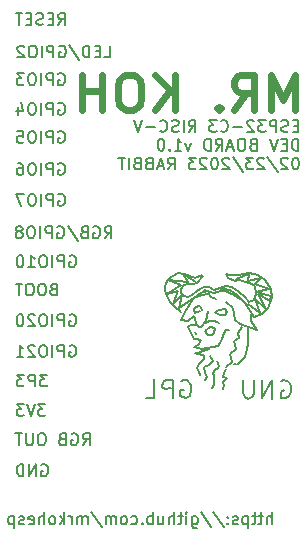
<source format=gbo>
%TF.GenerationSoftware,KiCad,Pcbnew,(6.0.10)*%
%TF.CreationDate,2023-01-25T23:47:30-05:00*%
%TF.ProjectId,espc4synth,65737063-3473-4796-9e74-682e6b696361,1*%
%TF.SameCoordinates,Original*%
%TF.FileFunction,Legend,Bot*%
%TF.FilePolarity,Positive*%
%FSLAX46Y46*%
G04 Gerber Fmt 4.6, Leading zero omitted, Abs format (unit mm)*
G04 Created by KiCad (PCBNEW (6.0.10)) date 2023-01-25 23:47:30*
%MOMM*%
%LPD*%
G01*
G04 APERTURE LIST*
%ADD10C,0.150000*%
%ADD11C,0.600000*%
%ADD12C,1.152000*%
%ADD13R,1.700000X1.700000*%
%ADD14O,1.700000X1.700000*%
%ADD15O,1.000000X1.600000*%
%ADD16C,0.650000*%
%ADD17O,1.000000X2.100000*%
G04 APERTURE END LIST*
D10*
X38942857Y-78127380D02*
X38942857Y-77127380D01*
X38514285Y-78127380D02*
X38514285Y-77603571D01*
X38561904Y-77508333D01*
X38657142Y-77460714D01*
X38800000Y-77460714D01*
X38895238Y-77508333D01*
X38942857Y-77555952D01*
X38180952Y-77460714D02*
X37800000Y-77460714D01*
X38038095Y-77127380D02*
X38038095Y-77984523D01*
X37990476Y-78079761D01*
X37895238Y-78127380D01*
X37800000Y-78127380D01*
X37609523Y-77460714D02*
X37228571Y-77460714D01*
X37466666Y-77127380D02*
X37466666Y-77984523D01*
X37419047Y-78079761D01*
X37323809Y-78127380D01*
X37228571Y-78127380D01*
X36895238Y-77460714D02*
X36895238Y-78460714D01*
X36895238Y-77508333D02*
X36800000Y-77460714D01*
X36609523Y-77460714D01*
X36514285Y-77508333D01*
X36466666Y-77555952D01*
X36419047Y-77651190D01*
X36419047Y-77936904D01*
X36466666Y-78032142D01*
X36514285Y-78079761D01*
X36609523Y-78127380D01*
X36800000Y-78127380D01*
X36895238Y-78079761D01*
X36038095Y-78079761D02*
X35942857Y-78127380D01*
X35752380Y-78127380D01*
X35657142Y-78079761D01*
X35609523Y-77984523D01*
X35609523Y-77936904D01*
X35657142Y-77841666D01*
X35752380Y-77794047D01*
X35895238Y-77794047D01*
X35990476Y-77746428D01*
X36038095Y-77651190D01*
X36038095Y-77603571D01*
X35990476Y-77508333D01*
X35895238Y-77460714D01*
X35752380Y-77460714D01*
X35657142Y-77508333D01*
X35180952Y-78032142D02*
X35133333Y-78079761D01*
X35180952Y-78127380D01*
X35228571Y-78079761D01*
X35180952Y-78032142D01*
X35180952Y-78127380D01*
X35180952Y-77508333D02*
X35133333Y-77555952D01*
X35180952Y-77603571D01*
X35228571Y-77555952D01*
X35180952Y-77508333D01*
X35180952Y-77603571D01*
X33990476Y-77079761D02*
X34847619Y-78365476D01*
X32942857Y-77079761D02*
X33800000Y-78365476D01*
X32180952Y-77460714D02*
X32180952Y-78270238D01*
X32228571Y-78365476D01*
X32276190Y-78413095D01*
X32371428Y-78460714D01*
X32514285Y-78460714D01*
X32609523Y-78413095D01*
X32180952Y-78079761D02*
X32276190Y-78127380D01*
X32466666Y-78127380D01*
X32561904Y-78079761D01*
X32609523Y-78032142D01*
X32657142Y-77936904D01*
X32657142Y-77651190D01*
X32609523Y-77555952D01*
X32561904Y-77508333D01*
X32466666Y-77460714D01*
X32276190Y-77460714D01*
X32180952Y-77508333D01*
X31704761Y-78127380D02*
X31704761Y-77460714D01*
X31704761Y-77127380D02*
X31752380Y-77175000D01*
X31704761Y-77222619D01*
X31657142Y-77175000D01*
X31704761Y-77127380D01*
X31704761Y-77222619D01*
X31371428Y-77460714D02*
X30990476Y-77460714D01*
X31228571Y-77127380D02*
X31228571Y-77984523D01*
X31180952Y-78079761D01*
X31085714Y-78127380D01*
X30990476Y-78127380D01*
X30657142Y-78127380D02*
X30657142Y-77127380D01*
X30228571Y-78127380D02*
X30228571Y-77603571D01*
X30276190Y-77508333D01*
X30371428Y-77460714D01*
X30514285Y-77460714D01*
X30609523Y-77508333D01*
X30657142Y-77555952D01*
X29323809Y-77460714D02*
X29323809Y-78127380D01*
X29752380Y-77460714D02*
X29752380Y-77984523D01*
X29704761Y-78079761D01*
X29609523Y-78127380D01*
X29466666Y-78127380D01*
X29371428Y-78079761D01*
X29323809Y-78032142D01*
X28847619Y-78127380D02*
X28847619Y-77127380D01*
X28847619Y-77508333D02*
X28752380Y-77460714D01*
X28561904Y-77460714D01*
X28466666Y-77508333D01*
X28419047Y-77555952D01*
X28371428Y-77651190D01*
X28371428Y-77936904D01*
X28419047Y-78032142D01*
X28466666Y-78079761D01*
X28561904Y-78127380D01*
X28752380Y-78127380D01*
X28847619Y-78079761D01*
X27942857Y-78032142D02*
X27895238Y-78079761D01*
X27942857Y-78127380D01*
X27990476Y-78079761D01*
X27942857Y-78032142D01*
X27942857Y-78127380D01*
X27038095Y-78079761D02*
X27133333Y-78127380D01*
X27323809Y-78127380D01*
X27419047Y-78079761D01*
X27466666Y-78032142D01*
X27514285Y-77936904D01*
X27514285Y-77651190D01*
X27466666Y-77555952D01*
X27419047Y-77508333D01*
X27323809Y-77460714D01*
X27133333Y-77460714D01*
X27038095Y-77508333D01*
X26466666Y-78127380D02*
X26561904Y-78079761D01*
X26609523Y-78032142D01*
X26657142Y-77936904D01*
X26657142Y-77651190D01*
X26609523Y-77555952D01*
X26561904Y-77508333D01*
X26466666Y-77460714D01*
X26323809Y-77460714D01*
X26228571Y-77508333D01*
X26180952Y-77555952D01*
X26133333Y-77651190D01*
X26133333Y-77936904D01*
X26180952Y-78032142D01*
X26228571Y-78079761D01*
X26323809Y-78127380D01*
X26466666Y-78127380D01*
X25704761Y-78127380D02*
X25704761Y-77460714D01*
X25704761Y-77555952D02*
X25657142Y-77508333D01*
X25561904Y-77460714D01*
X25419047Y-77460714D01*
X25323809Y-77508333D01*
X25276190Y-77603571D01*
X25276190Y-78127380D01*
X25276190Y-77603571D02*
X25228571Y-77508333D01*
X25133333Y-77460714D01*
X24990476Y-77460714D01*
X24895238Y-77508333D01*
X24847619Y-77603571D01*
X24847619Y-78127380D01*
X23657142Y-77079761D02*
X24514285Y-78365476D01*
X23323809Y-78127380D02*
X23323809Y-77460714D01*
X23323809Y-77555952D02*
X23276190Y-77508333D01*
X23180952Y-77460714D01*
X23038095Y-77460714D01*
X22942857Y-77508333D01*
X22895238Y-77603571D01*
X22895238Y-78127380D01*
X22895238Y-77603571D02*
X22847619Y-77508333D01*
X22752380Y-77460714D01*
X22609523Y-77460714D01*
X22514285Y-77508333D01*
X22466666Y-77603571D01*
X22466666Y-78127380D01*
X21990476Y-78127380D02*
X21990476Y-77460714D01*
X21990476Y-77651190D02*
X21942857Y-77555952D01*
X21895238Y-77508333D01*
X21800000Y-77460714D01*
X21704761Y-77460714D01*
X21371428Y-78127380D02*
X21371428Y-77127380D01*
X21276190Y-77746428D02*
X20990476Y-78127380D01*
X20990476Y-77460714D02*
X21371428Y-77841666D01*
X20419047Y-78127380D02*
X20514285Y-78079761D01*
X20561904Y-78032142D01*
X20609523Y-77936904D01*
X20609523Y-77651190D01*
X20561904Y-77555952D01*
X20514285Y-77508333D01*
X20419047Y-77460714D01*
X20276190Y-77460714D01*
X20180952Y-77508333D01*
X20133333Y-77555952D01*
X20085714Y-77651190D01*
X20085714Y-77936904D01*
X20133333Y-78032142D01*
X20180952Y-78079761D01*
X20276190Y-78127380D01*
X20419047Y-78127380D01*
X19657142Y-78127380D02*
X19657142Y-77127380D01*
X19228571Y-78127380D02*
X19228571Y-77603571D01*
X19276190Y-77508333D01*
X19371428Y-77460714D01*
X19514285Y-77460714D01*
X19609523Y-77508333D01*
X19657142Y-77555952D01*
X18371428Y-78079761D02*
X18466666Y-78127380D01*
X18657142Y-78127380D01*
X18752380Y-78079761D01*
X18800000Y-77984523D01*
X18800000Y-77603571D01*
X18752380Y-77508333D01*
X18657142Y-77460714D01*
X18466666Y-77460714D01*
X18371428Y-77508333D01*
X18323809Y-77603571D01*
X18323809Y-77698809D01*
X18800000Y-77794047D01*
X17942857Y-78079761D02*
X17847619Y-78127380D01*
X17657142Y-78127380D01*
X17561904Y-78079761D01*
X17514285Y-77984523D01*
X17514285Y-77936904D01*
X17561904Y-77841666D01*
X17657142Y-77794047D01*
X17800000Y-77794047D01*
X17895238Y-77746428D01*
X17942857Y-77651190D01*
X17942857Y-77603571D01*
X17895238Y-77508333D01*
X17800000Y-77460714D01*
X17657142Y-77460714D01*
X17561904Y-77508333D01*
X17085714Y-77460714D02*
X17085714Y-78460714D01*
X17085714Y-77508333D02*
X16990476Y-77460714D01*
X16800000Y-77460714D01*
X16704761Y-77508333D01*
X16657142Y-77555952D01*
X16609523Y-77651190D01*
X16609523Y-77936904D01*
X16657142Y-78032142D01*
X16704761Y-78079761D01*
X16800000Y-78127380D01*
X16990476Y-78127380D01*
X17085714Y-78079761D01*
X41172619Y-46489880D02*
X41172619Y-45489880D01*
X40934524Y-45489880D01*
X40791667Y-45537500D01*
X40696428Y-45632738D01*
X40648809Y-45727976D01*
X40601190Y-45918452D01*
X40601190Y-46061309D01*
X40648809Y-46251785D01*
X40696428Y-46347023D01*
X40791667Y-46442261D01*
X40934524Y-46489880D01*
X41172619Y-46489880D01*
X40172619Y-45966071D02*
X39839286Y-45966071D01*
X39696428Y-46489880D02*
X40172619Y-46489880D01*
X40172619Y-45489880D01*
X39696428Y-45489880D01*
X39410714Y-45489880D02*
X39077381Y-46489880D01*
X38744048Y-45489880D01*
X37315476Y-45966071D02*
X37172619Y-46013690D01*
X37125000Y-46061309D01*
X37077381Y-46156547D01*
X37077381Y-46299404D01*
X37125000Y-46394642D01*
X37172619Y-46442261D01*
X37267857Y-46489880D01*
X37648809Y-46489880D01*
X37648809Y-45489880D01*
X37315476Y-45489880D01*
X37220238Y-45537500D01*
X37172619Y-45585119D01*
X37125000Y-45680357D01*
X37125000Y-45775595D01*
X37172619Y-45870833D01*
X37220238Y-45918452D01*
X37315476Y-45966071D01*
X37648809Y-45966071D01*
X36458333Y-45489880D02*
X36267857Y-45489880D01*
X36172619Y-45537500D01*
X36077381Y-45632738D01*
X36029762Y-45823214D01*
X36029762Y-46156547D01*
X36077381Y-46347023D01*
X36172619Y-46442261D01*
X36267857Y-46489880D01*
X36458333Y-46489880D01*
X36553571Y-46442261D01*
X36648809Y-46347023D01*
X36696428Y-46156547D01*
X36696428Y-45823214D01*
X36648809Y-45632738D01*
X36553571Y-45537500D01*
X36458333Y-45489880D01*
X35648809Y-46204166D02*
X35172619Y-46204166D01*
X35744048Y-46489880D02*
X35410714Y-45489880D01*
X35077381Y-46489880D01*
X34172619Y-46489880D02*
X34505952Y-46013690D01*
X34744048Y-46489880D02*
X34744048Y-45489880D01*
X34363095Y-45489880D01*
X34267857Y-45537500D01*
X34220238Y-45585119D01*
X34172619Y-45680357D01*
X34172619Y-45823214D01*
X34220238Y-45918452D01*
X34267857Y-45966071D01*
X34363095Y-46013690D01*
X34744048Y-46013690D01*
X33744048Y-46489880D02*
X33744048Y-45489880D01*
X33505952Y-45489880D01*
X33363095Y-45537500D01*
X33267857Y-45632738D01*
X33220238Y-45727976D01*
X33172619Y-45918452D01*
X33172619Y-46061309D01*
X33220238Y-46251785D01*
X33267857Y-46347023D01*
X33363095Y-46442261D01*
X33505952Y-46489880D01*
X33744048Y-46489880D01*
X32077381Y-45823214D02*
X31839286Y-46489880D01*
X31601190Y-45823214D01*
X30696428Y-46489880D02*
X31267857Y-46489880D01*
X30982143Y-46489880D02*
X30982143Y-45489880D01*
X31077381Y-45632738D01*
X31172619Y-45727976D01*
X31267857Y-45775595D01*
X30267857Y-46394642D02*
X30220238Y-46442261D01*
X30267857Y-46489880D01*
X30315476Y-46442261D01*
X30267857Y-46394642D01*
X30267857Y-46489880D01*
X29601190Y-45489880D02*
X29505952Y-45489880D01*
X29410714Y-45537500D01*
X29363095Y-45585119D01*
X29315476Y-45680357D01*
X29267857Y-45870833D01*
X29267857Y-46108928D01*
X29315476Y-46299404D01*
X29363095Y-46394642D01*
X29410714Y-46442261D01*
X29505952Y-46489880D01*
X29601190Y-46489880D01*
X29696428Y-46442261D01*
X29744048Y-46394642D01*
X29791667Y-46299404D01*
X29839286Y-46108928D01*
X29839286Y-45870833D01*
X29791667Y-45680357D01*
X29744048Y-45585119D01*
X29696428Y-45537500D01*
X29601190Y-45489880D01*
X20852380Y-47600000D02*
X20947618Y-47552380D01*
X21090475Y-47552380D01*
X21233332Y-47600000D01*
X21328570Y-47695238D01*
X21376190Y-47790476D01*
X21423809Y-47980952D01*
X21423809Y-48123809D01*
X21376190Y-48314285D01*
X21328570Y-48409523D01*
X21233332Y-48504761D01*
X21090475Y-48552380D01*
X20995237Y-48552380D01*
X20852380Y-48504761D01*
X20804761Y-48457142D01*
X20804761Y-48123809D01*
X20995237Y-48123809D01*
X20376190Y-48552380D02*
X20376190Y-47552380D01*
X19995237Y-47552380D01*
X19899999Y-47600000D01*
X19852380Y-47647619D01*
X19804761Y-47742857D01*
X19804761Y-47885714D01*
X19852380Y-47980952D01*
X19899999Y-48028571D01*
X19995237Y-48076190D01*
X20376190Y-48076190D01*
X19376190Y-48552380D02*
X19376190Y-47552380D01*
X18709523Y-47552380D02*
X18519047Y-47552380D01*
X18423809Y-47600000D01*
X18328570Y-47695238D01*
X18280951Y-47885714D01*
X18280951Y-48219047D01*
X18328570Y-48409523D01*
X18423809Y-48504761D01*
X18519047Y-48552380D01*
X18709523Y-48552380D01*
X18804761Y-48504761D01*
X18899999Y-48409523D01*
X18947618Y-48219047D01*
X18947618Y-47885714D01*
X18899999Y-47695238D01*
X18804761Y-47600000D01*
X18709523Y-47552380D01*
X17423809Y-47552380D02*
X17614285Y-47552380D01*
X17709523Y-47600000D01*
X17757142Y-47647619D01*
X17852380Y-47790476D01*
X17899999Y-47980952D01*
X17899999Y-48361904D01*
X17852380Y-48457142D01*
X17804761Y-48504761D01*
X17709523Y-48552380D01*
X17519047Y-48552380D01*
X17423809Y-48504761D01*
X17376190Y-48457142D01*
X17328570Y-48361904D01*
X17328570Y-48123809D01*
X17376190Y-48028571D01*
X17423809Y-47980952D01*
X17519047Y-47933333D01*
X17709523Y-47933333D01*
X17804761Y-47980952D01*
X17852380Y-48028571D01*
X17899999Y-48123809D01*
X21804760Y-55400000D02*
X21899999Y-55352380D01*
X22042856Y-55352380D01*
X22185713Y-55400000D01*
X22280951Y-55495238D01*
X22328570Y-55590476D01*
X22376189Y-55780952D01*
X22376189Y-55923809D01*
X22328570Y-56114285D01*
X22280951Y-56209523D01*
X22185713Y-56304761D01*
X22042856Y-56352380D01*
X21947618Y-56352380D01*
X21804760Y-56304761D01*
X21757141Y-56257142D01*
X21757141Y-55923809D01*
X21947618Y-55923809D01*
X21328570Y-56352380D02*
X21328570Y-55352380D01*
X20947618Y-55352380D01*
X20852380Y-55400000D01*
X20804760Y-55447619D01*
X20757141Y-55542857D01*
X20757141Y-55685714D01*
X20804760Y-55780952D01*
X20852380Y-55828571D01*
X20947618Y-55876190D01*
X21328570Y-55876190D01*
X20328570Y-56352380D02*
X20328570Y-55352380D01*
X19661903Y-55352380D02*
X19471427Y-55352380D01*
X19376189Y-55400000D01*
X19280951Y-55495238D01*
X19233332Y-55685714D01*
X19233332Y-56019047D01*
X19280951Y-56209523D01*
X19376189Y-56304761D01*
X19471427Y-56352380D01*
X19661903Y-56352380D01*
X19757141Y-56304761D01*
X19852380Y-56209523D01*
X19899999Y-56019047D01*
X19899999Y-55685714D01*
X19852380Y-55495238D01*
X19757141Y-55400000D01*
X19661903Y-55352380D01*
X18280951Y-56352380D02*
X18852380Y-56352380D01*
X18566665Y-56352380D02*
X18566665Y-55352380D01*
X18661903Y-55495238D01*
X18757141Y-55590476D01*
X18852380Y-55638095D01*
X17661903Y-55352380D02*
X17566665Y-55352380D01*
X17471427Y-55400000D01*
X17423808Y-55447619D01*
X17376189Y-55542857D01*
X17328570Y-55733333D01*
X17328570Y-55971428D01*
X17376189Y-56161904D01*
X17423808Y-56257142D01*
X17471427Y-56304761D01*
X17566665Y-56352380D01*
X17661903Y-56352380D01*
X17757141Y-56304761D01*
X17804760Y-56257142D01*
X17852380Y-56161904D01*
X17899999Y-55971428D01*
X17899999Y-55733333D01*
X17852380Y-55542857D01*
X17804760Y-55447619D01*
X17757141Y-55400000D01*
X17661903Y-55352380D01*
X21804760Y-63000000D02*
X21899999Y-62952380D01*
X22042856Y-62952380D01*
X22185713Y-63000000D01*
X22280951Y-63095238D01*
X22328570Y-63190476D01*
X22376189Y-63380952D01*
X22376189Y-63523809D01*
X22328570Y-63714285D01*
X22280951Y-63809523D01*
X22185713Y-63904761D01*
X22042856Y-63952380D01*
X21947618Y-63952380D01*
X21804760Y-63904761D01*
X21757141Y-63857142D01*
X21757141Y-63523809D01*
X21947618Y-63523809D01*
X21328570Y-63952380D02*
X21328570Y-62952380D01*
X20947618Y-62952380D01*
X20852380Y-63000000D01*
X20804760Y-63047619D01*
X20757141Y-63142857D01*
X20757141Y-63285714D01*
X20804760Y-63380952D01*
X20852380Y-63428571D01*
X20947618Y-63476190D01*
X21328570Y-63476190D01*
X20328570Y-63952380D02*
X20328570Y-62952380D01*
X19661903Y-62952380D02*
X19471427Y-62952380D01*
X19376189Y-63000000D01*
X19280951Y-63095238D01*
X19233332Y-63285714D01*
X19233332Y-63619047D01*
X19280951Y-63809523D01*
X19376189Y-63904761D01*
X19471427Y-63952380D01*
X19661903Y-63952380D01*
X19757141Y-63904761D01*
X19852380Y-63809523D01*
X19899999Y-63619047D01*
X19899999Y-63285714D01*
X19852380Y-63095238D01*
X19757141Y-63000000D01*
X19661903Y-62952380D01*
X18852380Y-63047619D02*
X18804760Y-63000000D01*
X18709522Y-62952380D01*
X18471427Y-62952380D01*
X18376189Y-63000000D01*
X18328570Y-63047619D01*
X18280951Y-63142857D01*
X18280951Y-63238095D01*
X18328570Y-63380952D01*
X18899999Y-63952380D01*
X18280951Y-63952380D01*
X17328570Y-63952380D02*
X17899999Y-63952380D01*
X17614284Y-63952380D02*
X17614284Y-62952380D01*
X17709522Y-63095238D01*
X17804760Y-63190476D01*
X17899999Y-63238095D01*
X19757142Y-67952380D02*
X19138094Y-67952380D01*
X19471427Y-68333333D01*
X19328570Y-68333333D01*
X19233332Y-68380952D01*
X19185713Y-68428571D01*
X19138094Y-68523809D01*
X19138094Y-68761904D01*
X19185713Y-68857142D01*
X19233332Y-68904761D01*
X19328570Y-68952380D01*
X19614285Y-68952380D01*
X19709523Y-68904761D01*
X19757142Y-68857142D01*
X18852380Y-67952380D02*
X18519047Y-68952380D01*
X18185713Y-67952380D01*
X17947618Y-67952380D02*
X17328570Y-67952380D01*
X17661904Y-68333333D01*
X17519047Y-68333333D01*
X17423808Y-68380952D01*
X17376189Y-68428571D01*
X17328570Y-68523809D01*
X17328570Y-68761904D01*
X17376189Y-68857142D01*
X17423808Y-68904761D01*
X17519047Y-68952380D01*
X17804761Y-68952380D01*
X17899999Y-68904761D01*
X17947618Y-68857142D01*
X24777380Y-53902380D02*
X25110714Y-53426190D01*
X25348809Y-53902380D02*
X25348809Y-52902380D01*
X24967857Y-52902380D01*
X24872619Y-52950000D01*
X24825000Y-52997619D01*
X24777380Y-53092857D01*
X24777380Y-53235714D01*
X24825000Y-53330952D01*
X24872619Y-53378571D01*
X24967857Y-53426190D01*
X25348809Y-53426190D01*
X23825000Y-52950000D02*
X23920238Y-52902380D01*
X24063095Y-52902380D01*
X24205952Y-52950000D01*
X24301190Y-53045238D01*
X24348809Y-53140476D01*
X24396428Y-53330952D01*
X24396428Y-53473809D01*
X24348809Y-53664285D01*
X24301190Y-53759523D01*
X24205952Y-53854761D01*
X24063095Y-53902380D01*
X23967857Y-53902380D01*
X23825000Y-53854761D01*
X23777380Y-53807142D01*
X23777380Y-53473809D01*
X23967857Y-53473809D01*
X23015476Y-53378571D02*
X22872619Y-53426190D01*
X22825000Y-53473809D01*
X22777380Y-53569047D01*
X22777380Y-53711904D01*
X22825000Y-53807142D01*
X22872619Y-53854761D01*
X22967857Y-53902380D01*
X23348809Y-53902380D01*
X23348809Y-52902380D01*
X23015476Y-52902380D01*
X22920238Y-52950000D01*
X22872619Y-52997619D01*
X22825000Y-53092857D01*
X22825000Y-53188095D01*
X22872619Y-53283333D01*
X22920238Y-53330952D01*
X23015476Y-53378571D01*
X23348809Y-53378571D01*
X21634523Y-52854761D02*
X22491666Y-54140476D01*
X20777380Y-52950000D02*
X20872619Y-52902380D01*
X21015476Y-52902380D01*
X21158333Y-52950000D01*
X21253571Y-53045238D01*
X21301190Y-53140476D01*
X21348809Y-53330952D01*
X21348809Y-53473809D01*
X21301190Y-53664285D01*
X21253571Y-53759523D01*
X21158333Y-53854761D01*
X21015476Y-53902380D01*
X20920238Y-53902380D01*
X20777380Y-53854761D01*
X20729761Y-53807142D01*
X20729761Y-53473809D01*
X20920238Y-53473809D01*
X20301190Y-53902380D02*
X20301190Y-52902380D01*
X19920238Y-52902380D01*
X19825000Y-52950000D01*
X19777380Y-52997619D01*
X19729761Y-53092857D01*
X19729761Y-53235714D01*
X19777380Y-53330952D01*
X19825000Y-53378571D01*
X19920238Y-53426190D01*
X20301190Y-53426190D01*
X19301190Y-53902380D02*
X19301190Y-52902380D01*
X18634523Y-52902380D02*
X18444047Y-52902380D01*
X18348809Y-52950000D01*
X18253571Y-53045238D01*
X18205952Y-53235714D01*
X18205952Y-53569047D01*
X18253571Y-53759523D01*
X18348809Y-53854761D01*
X18444047Y-53902380D01*
X18634523Y-53902380D01*
X18729761Y-53854761D01*
X18825000Y-53759523D01*
X18872619Y-53569047D01*
X18872619Y-53235714D01*
X18825000Y-53045238D01*
X18729761Y-52950000D01*
X18634523Y-52902380D01*
X17634523Y-53330952D02*
X17729761Y-53283333D01*
X17777380Y-53235714D01*
X17825000Y-53140476D01*
X17825000Y-53092857D01*
X17777380Y-52997619D01*
X17729761Y-52950000D01*
X17634523Y-52902380D01*
X17444047Y-52902380D01*
X17348809Y-52950000D01*
X17301190Y-52997619D01*
X17253571Y-53092857D01*
X17253571Y-53140476D01*
X17301190Y-53235714D01*
X17348809Y-53283333D01*
X17444047Y-53330952D01*
X17634523Y-53330952D01*
X17729761Y-53378571D01*
X17777380Y-53426190D01*
X17825000Y-53521428D01*
X17825000Y-53711904D01*
X17777380Y-53807142D01*
X17729761Y-53854761D01*
X17634523Y-53902380D01*
X17444047Y-53902380D01*
X17348809Y-53854761D01*
X17301190Y-53807142D01*
X17253571Y-53711904D01*
X17253571Y-53521428D01*
X17301190Y-53426190D01*
X17348809Y-53378571D01*
X17444047Y-53330952D01*
X24729761Y-38602380D02*
X25205952Y-38602380D01*
X25205952Y-37602380D01*
X24396428Y-38078571D02*
X24063095Y-38078571D01*
X23920238Y-38602380D02*
X24396428Y-38602380D01*
X24396428Y-37602380D01*
X23920238Y-37602380D01*
X23491666Y-38602380D02*
X23491666Y-37602380D01*
X23253571Y-37602380D01*
X23110714Y-37650000D01*
X23015476Y-37745238D01*
X22967857Y-37840476D01*
X22920238Y-38030952D01*
X22920238Y-38173809D01*
X22967857Y-38364285D01*
X23015476Y-38459523D01*
X23110714Y-38554761D01*
X23253571Y-38602380D01*
X23491666Y-38602380D01*
X21777380Y-37554761D02*
X22634523Y-38840476D01*
X20920238Y-37650000D02*
X21015476Y-37602380D01*
X21158333Y-37602380D01*
X21301190Y-37650000D01*
X21396428Y-37745238D01*
X21444047Y-37840476D01*
X21491666Y-38030952D01*
X21491666Y-38173809D01*
X21444047Y-38364285D01*
X21396428Y-38459523D01*
X21301190Y-38554761D01*
X21158333Y-38602380D01*
X21063095Y-38602380D01*
X20920238Y-38554761D01*
X20872619Y-38507142D01*
X20872619Y-38173809D01*
X21063095Y-38173809D01*
X20444047Y-38602380D02*
X20444047Y-37602380D01*
X20063095Y-37602380D01*
X19967857Y-37650000D01*
X19920238Y-37697619D01*
X19872619Y-37792857D01*
X19872619Y-37935714D01*
X19920238Y-38030952D01*
X19967857Y-38078571D01*
X20063095Y-38126190D01*
X20444047Y-38126190D01*
X19444047Y-38602380D02*
X19444047Y-37602380D01*
X18777380Y-37602380D02*
X18586904Y-37602380D01*
X18491666Y-37650000D01*
X18396428Y-37745238D01*
X18348809Y-37935714D01*
X18348809Y-38269047D01*
X18396428Y-38459523D01*
X18491666Y-38554761D01*
X18586904Y-38602380D01*
X18777380Y-38602380D01*
X18872619Y-38554761D01*
X18967857Y-38459523D01*
X19015476Y-38269047D01*
X19015476Y-37935714D01*
X18967857Y-37745238D01*
X18872619Y-37650000D01*
X18777380Y-37602380D01*
X17967857Y-37697619D02*
X17920238Y-37650000D01*
X17825000Y-37602380D01*
X17586904Y-37602380D01*
X17491666Y-37650000D01*
X17444047Y-37697619D01*
X17396428Y-37792857D01*
X17396428Y-37888095D01*
X17444047Y-38030952D01*
X18015476Y-38602380D01*
X17396428Y-38602380D01*
X20852380Y-44900000D02*
X20947618Y-44852380D01*
X21090475Y-44852380D01*
X21233332Y-44900000D01*
X21328570Y-44995238D01*
X21376190Y-45090476D01*
X21423809Y-45280952D01*
X21423809Y-45423809D01*
X21376190Y-45614285D01*
X21328570Y-45709523D01*
X21233332Y-45804761D01*
X21090475Y-45852380D01*
X20995237Y-45852380D01*
X20852380Y-45804761D01*
X20804761Y-45757142D01*
X20804761Y-45423809D01*
X20995237Y-45423809D01*
X20376190Y-45852380D02*
X20376190Y-44852380D01*
X19995237Y-44852380D01*
X19899999Y-44900000D01*
X19852380Y-44947619D01*
X19804761Y-45042857D01*
X19804761Y-45185714D01*
X19852380Y-45280952D01*
X19899999Y-45328571D01*
X19995237Y-45376190D01*
X20376190Y-45376190D01*
X19376190Y-45852380D02*
X19376190Y-44852380D01*
X18709523Y-44852380D02*
X18519047Y-44852380D01*
X18423809Y-44900000D01*
X18328570Y-44995238D01*
X18280951Y-45185714D01*
X18280951Y-45519047D01*
X18328570Y-45709523D01*
X18423809Y-45804761D01*
X18519047Y-45852380D01*
X18709523Y-45852380D01*
X18804761Y-45804761D01*
X18899999Y-45709523D01*
X18947618Y-45519047D01*
X18947618Y-45185714D01*
X18899999Y-44995238D01*
X18804761Y-44900000D01*
X18709523Y-44852380D01*
X17376190Y-44852380D02*
X17852380Y-44852380D01*
X17899999Y-45328571D01*
X17852380Y-45280952D01*
X17757142Y-45233333D01*
X17519047Y-45233333D01*
X17423809Y-45280952D01*
X17376190Y-45328571D01*
X17328570Y-45423809D01*
X17328570Y-45661904D01*
X17376190Y-45757142D01*
X17423809Y-45804761D01*
X17519047Y-45852380D01*
X17757142Y-45852380D01*
X17852380Y-45804761D01*
X17899999Y-45757142D01*
X20423808Y-58228571D02*
X20280951Y-58276190D01*
X20233332Y-58323809D01*
X20185713Y-58419047D01*
X20185713Y-58561904D01*
X20233332Y-58657142D01*
X20280951Y-58704761D01*
X20376189Y-58752380D01*
X20757142Y-58752380D01*
X20757142Y-57752380D01*
X20423808Y-57752380D01*
X20328570Y-57800000D01*
X20280951Y-57847619D01*
X20233332Y-57942857D01*
X20233332Y-58038095D01*
X20280951Y-58133333D01*
X20328570Y-58180952D01*
X20423808Y-58228571D01*
X20757142Y-58228571D01*
X19566666Y-57752380D02*
X19376189Y-57752380D01*
X19280951Y-57800000D01*
X19185713Y-57895238D01*
X19138094Y-58085714D01*
X19138094Y-58419047D01*
X19185713Y-58609523D01*
X19280951Y-58704761D01*
X19376189Y-58752380D01*
X19566666Y-58752380D01*
X19661904Y-58704761D01*
X19757142Y-58609523D01*
X19804761Y-58419047D01*
X19804761Y-58085714D01*
X19757142Y-57895238D01*
X19661904Y-57800000D01*
X19566666Y-57752380D01*
X18519046Y-57752380D02*
X18328570Y-57752380D01*
X18233332Y-57800000D01*
X18138094Y-57895238D01*
X18090475Y-58085714D01*
X18090475Y-58419047D01*
X18138094Y-58609523D01*
X18233332Y-58704761D01*
X18328570Y-58752380D01*
X18519046Y-58752380D01*
X18614285Y-58704761D01*
X18709523Y-58609523D01*
X18757142Y-58419047D01*
X18757142Y-58085714D01*
X18709523Y-57895238D01*
X18614285Y-57800000D01*
X18519046Y-57752380D01*
X17804761Y-57752380D02*
X17233332Y-57752380D01*
X17519046Y-58752380D02*
X17519046Y-57752380D01*
X20852380Y-42500000D02*
X20947618Y-42452380D01*
X21090475Y-42452380D01*
X21233332Y-42500000D01*
X21328570Y-42595238D01*
X21376190Y-42690476D01*
X21423809Y-42880952D01*
X21423809Y-43023809D01*
X21376190Y-43214285D01*
X21328570Y-43309523D01*
X21233332Y-43404761D01*
X21090475Y-43452380D01*
X20995237Y-43452380D01*
X20852380Y-43404761D01*
X20804761Y-43357142D01*
X20804761Y-43023809D01*
X20995237Y-43023809D01*
X20376190Y-43452380D02*
X20376190Y-42452380D01*
X19995237Y-42452380D01*
X19899999Y-42500000D01*
X19852380Y-42547619D01*
X19804761Y-42642857D01*
X19804761Y-42785714D01*
X19852380Y-42880952D01*
X19899999Y-42928571D01*
X19995237Y-42976190D01*
X20376190Y-42976190D01*
X19376190Y-43452380D02*
X19376190Y-42452380D01*
X18709523Y-42452380D02*
X18519047Y-42452380D01*
X18423809Y-42500000D01*
X18328570Y-42595238D01*
X18280951Y-42785714D01*
X18280951Y-43119047D01*
X18328570Y-43309523D01*
X18423809Y-43404761D01*
X18519047Y-43452380D01*
X18709523Y-43452380D01*
X18804761Y-43404761D01*
X18899999Y-43309523D01*
X18947618Y-43119047D01*
X18947618Y-42785714D01*
X18899999Y-42595238D01*
X18804761Y-42500000D01*
X18709523Y-42452380D01*
X17423809Y-42785714D02*
X17423809Y-43452380D01*
X17661904Y-42404761D02*
X17899999Y-43119047D01*
X17280951Y-43119047D01*
X19423808Y-73100000D02*
X19519046Y-73052380D01*
X19661904Y-73052380D01*
X19804761Y-73100000D01*
X19899999Y-73195238D01*
X19947618Y-73290476D01*
X19995237Y-73480952D01*
X19995237Y-73623809D01*
X19947618Y-73814285D01*
X19899999Y-73909523D01*
X19804761Y-74004761D01*
X19661904Y-74052380D01*
X19566665Y-74052380D01*
X19423808Y-74004761D01*
X19376189Y-73957142D01*
X19376189Y-73623809D01*
X19566665Y-73623809D01*
X18947618Y-74052380D02*
X18947618Y-73052380D01*
X18376189Y-74052380D01*
X18376189Y-73052380D01*
X17899999Y-74052380D02*
X17899999Y-73052380D01*
X17661904Y-73052380D01*
X17519046Y-73100000D01*
X17423808Y-73195238D01*
X17376189Y-73290476D01*
X17328570Y-73480952D01*
X17328570Y-73623809D01*
X17376189Y-73814285D01*
X17423808Y-73909523D01*
X17519046Y-74004761D01*
X17661904Y-74052380D01*
X17899999Y-74052380D01*
X20852380Y-50200000D02*
X20947618Y-50152380D01*
X21090475Y-50152380D01*
X21233332Y-50200000D01*
X21328570Y-50295238D01*
X21376190Y-50390476D01*
X21423809Y-50580952D01*
X21423809Y-50723809D01*
X21376190Y-50914285D01*
X21328570Y-51009523D01*
X21233332Y-51104761D01*
X21090475Y-51152380D01*
X20995237Y-51152380D01*
X20852380Y-51104761D01*
X20804761Y-51057142D01*
X20804761Y-50723809D01*
X20995237Y-50723809D01*
X20376190Y-51152380D02*
X20376190Y-50152380D01*
X19995237Y-50152380D01*
X19899999Y-50200000D01*
X19852380Y-50247619D01*
X19804761Y-50342857D01*
X19804761Y-50485714D01*
X19852380Y-50580952D01*
X19899999Y-50628571D01*
X19995237Y-50676190D01*
X20376190Y-50676190D01*
X19376190Y-51152380D02*
X19376190Y-50152380D01*
X18709523Y-50152380D02*
X18519047Y-50152380D01*
X18423809Y-50200000D01*
X18328570Y-50295238D01*
X18280951Y-50485714D01*
X18280951Y-50819047D01*
X18328570Y-51009523D01*
X18423809Y-51104761D01*
X18519047Y-51152380D01*
X18709523Y-51152380D01*
X18804761Y-51104761D01*
X18899999Y-51009523D01*
X18947618Y-50819047D01*
X18947618Y-50485714D01*
X18899999Y-50295238D01*
X18804761Y-50200000D01*
X18709523Y-50152380D01*
X17947618Y-50152380D02*
X17280951Y-50152380D01*
X17709523Y-51152380D01*
X41172619Y-44378571D02*
X40839286Y-44378571D01*
X40696428Y-44902380D02*
X41172619Y-44902380D01*
X41172619Y-43902380D01*
X40696428Y-43902380D01*
X40315476Y-44854761D02*
X40172619Y-44902380D01*
X39934524Y-44902380D01*
X39839286Y-44854761D01*
X39791667Y-44807142D01*
X39744047Y-44711904D01*
X39744047Y-44616666D01*
X39791667Y-44521428D01*
X39839286Y-44473809D01*
X39934524Y-44426190D01*
X40125000Y-44378571D01*
X40220238Y-44330952D01*
X40267857Y-44283333D01*
X40315476Y-44188095D01*
X40315476Y-44092857D01*
X40267857Y-43997619D01*
X40220238Y-43950000D01*
X40125000Y-43902380D01*
X39886905Y-43902380D01*
X39744047Y-43950000D01*
X39315476Y-44902380D02*
X39315476Y-43902380D01*
X38934524Y-43902380D01*
X38839286Y-43950000D01*
X38791667Y-43997619D01*
X38744047Y-44092857D01*
X38744047Y-44235714D01*
X38791667Y-44330952D01*
X38839286Y-44378571D01*
X38934524Y-44426190D01*
X39315476Y-44426190D01*
X38410714Y-43902380D02*
X37791667Y-43902380D01*
X38125000Y-44283333D01*
X37982143Y-44283333D01*
X37886905Y-44330952D01*
X37839286Y-44378571D01*
X37791667Y-44473809D01*
X37791667Y-44711904D01*
X37839286Y-44807142D01*
X37886905Y-44854761D01*
X37982143Y-44902380D01*
X38267857Y-44902380D01*
X38363095Y-44854761D01*
X38410714Y-44807142D01*
X37410714Y-43997619D02*
X37363095Y-43950000D01*
X37267857Y-43902380D01*
X37029762Y-43902380D01*
X36934524Y-43950000D01*
X36886905Y-43997619D01*
X36839286Y-44092857D01*
X36839286Y-44188095D01*
X36886905Y-44330952D01*
X37458333Y-44902380D01*
X36839286Y-44902380D01*
X36410714Y-44521428D02*
X35648809Y-44521428D01*
X34601190Y-44807142D02*
X34648809Y-44854761D01*
X34791667Y-44902380D01*
X34886905Y-44902380D01*
X35029762Y-44854761D01*
X35125000Y-44759523D01*
X35172619Y-44664285D01*
X35220238Y-44473809D01*
X35220238Y-44330952D01*
X35172619Y-44140476D01*
X35125000Y-44045238D01*
X35029762Y-43950000D01*
X34886905Y-43902380D01*
X34791667Y-43902380D01*
X34648809Y-43950000D01*
X34601190Y-43997619D01*
X34267857Y-43902380D02*
X33648809Y-43902380D01*
X33982143Y-44283333D01*
X33839286Y-44283333D01*
X33744047Y-44330952D01*
X33696428Y-44378571D01*
X33648809Y-44473809D01*
X33648809Y-44711904D01*
X33696428Y-44807142D01*
X33744047Y-44854761D01*
X33839286Y-44902380D01*
X34125000Y-44902380D01*
X34220238Y-44854761D01*
X34267857Y-44807142D01*
X31886905Y-44902380D02*
X32220238Y-44426190D01*
X32458333Y-44902380D02*
X32458333Y-43902380D01*
X32077381Y-43902380D01*
X31982143Y-43950000D01*
X31934524Y-43997619D01*
X31886905Y-44092857D01*
X31886905Y-44235714D01*
X31934524Y-44330952D01*
X31982143Y-44378571D01*
X32077381Y-44426190D01*
X32458333Y-44426190D01*
X31458333Y-44902380D02*
X31458333Y-43902380D01*
X31029762Y-44854761D02*
X30886905Y-44902380D01*
X30648809Y-44902380D01*
X30553571Y-44854761D01*
X30505952Y-44807142D01*
X30458333Y-44711904D01*
X30458333Y-44616666D01*
X30505952Y-44521428D01*
X30553571Y-44473809D01*
X30648809Y-44426190D01*
X30839286Y-44378571D01*
X30934524Y-44330952D01*
X30982143Y-44283333D01*
X31029762Y-44188095D01*
X31029762Y-44092857D01*
X30982143Y-43997619D01*
X30934524Y-43950000D01*
X30839286Y-43902380D01*
X30601190Y-43902380D01*
X30458333Y-43950000D01*
X29458333Y-44807142D02*
X29505952Y-44854761D01*
X29648809Y-44902380D01*
X29744047Y-44902380D01*
X29886905Y-44854761D01*
X29982143Y-44759523D01*
X30029762Y-44664285D01*
X30077381Y-44473809D01*
X30077381Y-44330952D01*
X30029762Y-44140476D01*
X29982143Y-44045238D01*
X29886905Y-43950000D01*
X29744047Y-43902380D01*
X29648809Y-43902380D01*
X29505952Y-43950000D01*
X29458333Y-43997619D01*
X29029762Y-44521428D02*
X28267857Y-44521428D01*
X27934524Y-43902380D02*
X27601190Y-44902380D01*
X27267857Y-43902380D01*
X20852380Y-40000000D02*
X20947618Y-39952380D01*
X21090475Y-39952380D01*
X21233332Y-40000000D01*
X21328570Y-40095238D01*
X21376190Y-40190476D01*
X21423809Y-40380952D01*
X21423809Y-40523809D01*
X21376190Y-40714285D01*
X21328570Y-40809523D01*
X21233332Y-40904761D01*
X21090475Y-40952380D01*
X20995237Y-40952380D01*
X20852380Y-40904761D01*
X20804761Y-40857142D01*
X20804761Y-40523809D01*
X20995237Y-40523809D01*
X20376190Y-40952380D02*
X20376190Y-39952380D01*
X19995237Y-39952380D01*
X19899999Y-40000000D01*
X19852380Y-40047619D01*
X19804761Y-40142857D01*
X19804761Y-40285714D01*
X19852380Y-40380952D01*
X19899999Y-40428571D01*
X19995237Y-40476190D01*
X20376190Y-40476190D01*
X19376190Y-40952380D02*
X19376190Y-39952380D01*
X18709523Y-39952380D02*
X18519047Y-39952380D01*
X18423809Y-40000000D01*
X18328570Y-40095238D01*
X18280951Y-40285714D01*
X18280951Y-40619047D01*
X18328570Y-40809523D01*
X18423809Y-40904761D01*
X18519047Y-40952380D01*
X18709523Y-40952380D01*
X18804761Y-40904761D01*
X18899999Y-40809523D01*
X18947618Y-40619047D01*
X18947618Y-40285714D01*
X18899999Y-40095238D01*
X18804761Y-40000000D01*
X18709523Y-39952380D01*
X17947618Y-39952380D02*
X17328570Y-39952380D01*
X17661904Y-40333333D01*
X17519047Y-40333333D01*
X17423809Y-40380952D01*
X17376190Y-40428571D01*
X17328570Y-40523809D01*
X17328570Y-40761904D01*
X17376190Y-40857142D01*
X17423809Y-40904761D01*
X17519047Y-40952380D01*
X17804761Y-40952380D01*
X17899999Y-40904761D01*
X17947618Y-40857142D01*
X20852380Y-35852380D02*
X21185714Y-35376190D01*
X21423809Y-35852380D02*
X21423809Y-34852380D01*
X21042857Y-34852380D01*
X20947619Y-34900000D01*
X20900000Y-34947619D01*
X20852380Y-35042857D01*
X20852380Y-35185714D01*
X20900000Y-35280952D01*
X20947619Y-35328571D01*
X21042857Y-35376190D01*
X21423809Y-35376190D01*
X20423809Y-35328571D02*
X20090476Y-35328571D01*
X19947619Y-35852380D02*
X20423809Y-35852380D01*
X20423809Y-34852380D01*
X19947619Y-34852380D01*
X19566666Y-35804761D02*
X19423809Y-35852380D01*
X19185714Y-35852380D01*
X19090476Y-35804761D01*
X19042857Y-35757142D01*
X18995238Y-35661904D01*
X18995238Y-35566666D01*
X19042857Y-35471428D01*
X19090476Y-35423809D01*
X19185714Y-35376190D01*
X19376190Y-35328571D01*
X19471428Y-35280952D01*
X19519047Y-35233333D01*
X19566666Y-35138095D01*
X19566666Y-35042857D01*
X19519047Y-34947619D01*
X19471428Y-34900000D01*
X19376190Y-34852380D01*
X19138095Y-34852380D01*
X18995238Y-34900000D01*
X18566666Y-35328571D02*
X18233333Y-35328571D01*
X18090476Y-35852380D02*
X18566666Y-35852380D01*
X18566666Y-34852380D01*
X18090476Y-34852380D01*
X17804761Y-34852380D02*
X17233333Y-34852380D01*
X17519047Y-35852380D02*
X17519047Y-34852380D01*
X21804760Y-60400000D02*
X21899999Y-60352380D01*
X22042856Y-60352380D01*
X22185713Y-60400000D01*
X22280951Y-60495238D01*
X22328570Y-60590476D01*
X22376189Y-60780952D01*
X22376189Y-60923809D01*
X22328570Y-61114285D01*
X22280951Y-61209523D01*
X22185713Y-61304761D01*
X22042856Y-61352380D01*
X21947618Y-61352380D01*
X21804760Y-61304761D01*
X21757141Y-61257142D01*
X21757141Y-60923809D01*
X21947618Y-60923809D01*
X21328570Y-61352380D02*
X21328570Y-60352380D01*
X20947618Y-60352380D01*
X20852380Y-60400000D01*
X20804760Y-60447619D01*
X20757141Y-60542857D01*
X20757141Y-60685714D01*
X20804760Y-60780952D01*
X20852380Y-60828571D01*
X20947618Y-60876190D01*
X21328570Y-60876190D01*
X20328570Y-61352380D02*
X20328570Y-60352380D01*
X19661903Y-60352380D02*
X19471427Y-60352380D01*
X19376189Y-60400000D01*
X19280951Y-60495238D01*
X19233332Y-60685714D01*
X19233332Y-61019047D01*
X19280951Y-61209523D01*
X19376189Y-61304761D01*
X19471427Y-61352380D01*
X19661903Y-61352380D01*
X19757141Y-61304761D01*
X19852380Y-61209523D01*
X19899999Y-61019047D01*
X19899999Y-60685714D01*
X19852380Y-60495238D01*
X19757141Y-60400000D01*
X19661903Y-60352380D01*
X18852380Y-60447619D02*
X18804760Y-60400000D01*
X18709522Y-60352380D01*
X18471427Y-60352380D01*
X18376189Y-60400000D01*
X18328570Y-60447619D01*
X18280951Y-60542857D01*
X18280951Y-60638095D01*
X18328570Y-60780952D01*
X18899999Y-61352380D01*
X18280951Y-61352380D01*
X17661903Y-60352380D02*
X17566665Y-60352380D01*
X17471427Y-60400000D01*
X17423808Y-60447619D01*
X17376189Y-60542857D01*
X17328570Y-60733333D01*
X17328570Y-60971428D01*
X17376189Y-61161904D01*
X17423808Y-61257142D01*
X17471427Y-61304761D01*
X17566665Y-61352380D01*
X17661903Y-61352380D01*
X17757141Y-61304761D01*
X17804760Y-61257142D01*
X17852380Y-61161904D01*
X17899999Y-60971428D01*
X17899999Y-60733333D01*
X17852380Y-60542857D01*
X17804760Y-60447619D01*
X17757141Y-60400000D01*
X17661903Y-60352380D01*
D11*
X40875000Y-43057142D02*
X40875000Y-40057142D01*
X39875000Y-42200000D01*
X38875000Y-40057142D01*
X38875000Y-43057142D01*
X35732142Y-43057142D02*
X36732142Y-41628571D01*
X37446428Y-43057142D02*
X37446428Y-40057142D01*
X36303571Y-40057142D01*
X36017857Y-40200000D01*
X35875000Y-40342857D01*
X35732142Y-40628571D01*
X35732142Y-41057142D01*
X35875000Y-41342857D01*
X36017857Y-41485714D01*
X36303571Y-41628571D01*
X37446428Y-41628571D01*
X34446428Y-42771428D02*
X34303571Y-42914285D01*
X34446428Y-43057142D01*
X34589285Y-42914285D01*
X34446428Y-42771428D01*
X34446428Y-43057142D01*
X30732142Y-43057142D02*
X30732142Y-40057142D01*
X29017857Y-43057142D02*
X30303571Y-41342857D01*
X29017857Y-40057142D02*
X30732142Y-41771428D01*
X27160714Y-40057142D02*
X26589285Y-40057142D01*
X26303571Y-40200000D01*
X26017857Y-40485714D01*
X25875000Y-41057142D01*
X25875000Y-42057142D01*
X26017857Y-42628571D01*
X26303571Y-42914285D01*
X26589285Y-43057142D01*
X27160714Y-43057142D01*
X27446428Y-42914285D01*
X27732142Y-42628571D01*
X27875000Y-42057142D01*
X27875000Y-41057142D01*
X27732142Y-40485714D01*
X27446428Y-40200000D01*
X27160714Y-40057142D01*
X24589285Y-43057142D02*
X24589285Y-40057142D01*
X24589285Y-41485714D02*
X22875000Y-41485714D01*
X22875000Y-43057142D02*
X22875000Y-40057142D01*
D10*
X40982142Y-47077380D02*
X40886904Y-47077380D01*
X40791666Y-47125000D01*
X40744047Y-47172619D01*
X40696428Y-47267857D01*
X40648809Y-47458333D01*
X40648809Y-47696428D01*
X40696428Y-47886904D01*
X40744047Y-47982142D01*
X40791666Y-48029761D01*
X40886904Y-48077380D01*
X40982142Y-48077380D01*
X41077380Y-48029761D01*
X41125000Y-47982142D01*
X41172619Y-47886904D01*
X41220238Y-47696428D01*
X41220238Y-47458333D01*
X41172619Y-47267857D01*
X41125000Y-47172619D01*
X41077380Y-47125000D01*
X40982142Y-47077380D01*
X40267857Y-47172619D02*
X40220238Y-47125000D01*
X40125000Y-47077380D01*
X39886904Y-47077380D01*
X39791666Y-47125000D01*
X39744047Y-47172619D01*
X39696428Y-47267857D01*
X39696428Y-47363095D01*
X39744047Y-47505952D01*
X40315476Y-48077380D01*
X39696428Y-48077380D01*
X38553571Y-47029761D02*
X39410714Y-48315476D01*
X38267857Y-47172619D02*
X38220238Y-47125000D01*
X38125000Y-47077380D01*
X37886904Y-47077380D01*
X37791666Y-47125000D01*
X37744047Y-47172619D01*
X37696428Y-47267857D01*
X37696428Y-47363095D01*
X37744047Y-47505952D01*
X38315476Y-48077380D01*
X37696428Y-48077380D01*
X37363095Y-47077380D02*
X36744047Y-47077380D01*
X37077380Y-47458333D01*
X36934523Y-47458333D01*
X36839285Y-47505952D01*
X36791666Y-47553571D01*
X36744047Y-47648809D01*
X36744047Y-47886904D01*
X36791666Y-47982142D01*
X36839285Y-48029761D01*
X36934523Y-48077380D01*
X37220238Y-48077380D01*
X37315476Y-48029761D01*
X37363095Y-47982142D01*
X35601190Y-47029761D02*
X36458333Y-48315476D01*
X35315476Y-47172619D02*
X35267857Y-47125000D01*
X35172619Y-47077380D01*
X34934523Y-47077380D01*
X34839285Y-47125000D01*
X34791666Y-47172619D01*
X34744047Y-47267857D01*
X34744047Y-47363095D01*
X34791666Y-47505952D01*
X35363095Y-48077380D01*
X34744047Y-48077380D01*
X34125000Y-47077380D02*
X34029761Y-47077380D01*
X33934523Y-47125000D01*
X33886904Y-47172619D01*
X33839285Y-47267857D01*
X33791666Y-47458333D01*
X33791666Y-47696428D01*
X33839285Y-47886904D01*
X33886904Y-47982142D01*
X33934523Y-48029761D01*
X34029761Y-48077380D01*
X34125000Y-48077380D01*
X34220238Y-48029761D01*
X34267857Y-47982142D01*
X34315476Y-47886904D01*
X34363095Y-47696428D01*
X34363095Y-47458333D01*
X34315476Y-47267857D01*
X34267857Y-47172619D01*
X34220238Y-47125000D01*
X34125000Y-47077380D01*
X33410714Y-47172619D02*
X33363095Y-47125000D01*
X33267857Y-47077380D01*
X33029761Y-47077380D01*
X32934523Y-47125000D01*
X32886904Y-47172619D01*
X32839285Y-47267857D01*
X32839285Y-47363095D01*
X32886904Y-47505952D01*
X33458333Y-48077380D01*
X32839285Y-48077380D01*
X32505952Y-47077380D02*
X31886904Y-47077380D01*
X32220238Y-47458333D01*
X32077380Y-47458333D01*
X31982142Y-47505952D01*
X31934523Y-47553571D01*
X31886904Y-47648809D01*
X31886904Y-47886904D01*
X31934523Y-47982142D01*
X31982142Y-48029761D01*
X32077380Y-48077380D01*
X32363095Y-48077380D01*
X32458333Y-48029761D01*
X32505952Y-47982142D01*
X30125000Y-48077380D02*
X30458333Y-47601190D01*
X30696428Y-48077380D02*
X30696428Y-47077380D01*
X30315476Y-47077380D01*
X30220238Y-47125000D01*
X30172619Y-47172619D01*
X30125000Y-47267857D01*
X30125000Y-47410714D01*
X30172619Y-47505952D01*
X30220238Y-47553571D01*
X30315476Y-47601190D01*
X30696428Y-47601190D01*
X29744047Y-47791666D02*
X29267857Y-47791666D01*
X29839285Y-48077380D02*
X29505952Y-47077380D01*
X29172619Y-48077380D01*
X28505952Y-47553571D02*
X28363095Y-47601190D01*
X28315476Y-47648809D01*
X28267857Y-47744047D01*
X28267857Y-47886904D01*
X28315476Y-47982142D01*
X28363095Y-48029761D01*
X28458333Y-48077380D01*
X28839285Y-48077380D01*
X28839285Y-47077380D01*
X28505952Y-47077380D01*
X28410714Y-47125000D01*
X28363095Y-47172619D01*
X28315476Y-47267857D01*
X28315476Y-47363095D01*
X28363095Y-47458333D01*
X28410714Y-47505952D01*
X28505952Y-47553571D01*
X28839285Y-47553571D01*
X27505952Y-47553571D02*
X27363095Y-47601190D01*
X27315476Y-47648809D01*
X27267857Y-47744047D01*
X27267857Y-47886904D01*
X27315476Y-47982142D01*
X27363095Y-48029761D01*
X27458333Y-48077380D01*
X27839285Y-48077380D01*
X27839285Y-47077380D01*
X27505952Y-47077380D01*
X27410714Y-47125000D01*
X27363095Y-47172619D01*
X27315476Y-47267857D01*
X27315476Y-47363095D01*
X27363095Y-47458333D01*
X27410714Y-47505952D01*
X27505952Y-47553571D01*
X27839285Y-47553571D01*
X26839285Y-48077380D02*
X26839285Y-47077380D01*
X26505952Y-47077380D02*
X25934523Y-47077380D01*
X26220238Y-48077380D02*
X26220238Y-47077380D01*
X19899999Y-65452380D02*
X19280952Y-65452380D01*
X19614285Y-65833333D01*
X19471428Y-65833333D01*
X19376190Y-65880952D01*
X19328571Y-65928571D01*
X19280952Y-66023809D01*
X19280952Y-66261904D01*
X19328571Y-66357142D01*
X19376190Y-66404761D01*
X19471428Y-66452380D01*
X19757142Y-66452380D01*
X19852380Y-66404761D01*
X19899999Y-66357142D01*
X18852380Y-66452380D02*
X18852380Y-65452380D01*
X18471428Y-65452380D01*
X18376190Y-65500000D01*
X18328571Y-65547619D01*
X18280952Y-65642857D01*
X18280952Y-65785714D01*
X18328571Y-65880952D01*
X18376190Y-65928571D01*
X18471428Y-65976190D01*
X18852380Y-65976190D01*
X17947618Y-65452380D02*
X17328571Y-65452380D01*
X17661904Y-65833333D01*
X17519047Y-65833333D01*
X17423809Y-65880952D01*
X17376190Y-65928571D01*
X17328571Y-66023809D01*
X17328571Y-66261904D01*
X17376190Y-66357142D01*
X17423809Y-66404761D01*
X17519047Y-66452380D01*
X17804761Y-66452380D01*
X17899999Y-66404761D01*
X17947618Y-66357142D01*
X22925000Y-71427380D02*
X23258333Y-70951190D01*
X23496428Y-71427380D02*
X23496428Y-70427380D01*
X23115476Y-70427380D01*
X23020238Y-70475000D01*
X22972619Y-70522619D01*
X22925000Y-70617857D01*
X22925000Y-70760714D01*
X22972619Y-70855952D01*
X23020238Y-70903571D01*
X23115476Y-70951190D01*
X23496428Y-70951190D01*
X21972619Y-70475000D02*
X22067857Y-70427380D01*
X22210714Y-70427380D01*
X22353571Y-70475000D01*
X22448809Y-70570238D01*
X22496428Y-70665476D01*
X22544047Y-70855952D01*
X22544047Y-70998809D01*
X22496428Y-71189285D01*
X22448809Y-71284523D01*
X22353571Y-71379761D01*
X22210714Y-71427380D01*
X22115476Y-71427380D01*
X21972619Y-71379761D01*
X21925000Y-71332142D01*
X21925000Y-70998809D01*
X22115476Y-70998809D01*
X21163095Y-70903571D02*
X21020238Y-70951190D01*
X20972619Y-70998809D01*
X20925000Y-71094047D01*
X20925000Y-71236904D01*
X20972619Y-71332142D01*
X21020238Y-71379761D01*
X21115476Y-71427380D01*
X21496428Y-71427380D01*
X21496428Y-70427380D01*
X21163095Y-70427380D01*
X21067857Y-70475000D01*
X21020238Y-70522619D01*
X20972619Y-70617857D01*
X20972619Y-70713095D01*
X21020238Y-70808333D01*
X21067857Y-70855952D01*
X21163095Y-70903571D01*
X21496428Y-70903571D01*
X19544047Y-70427380D02*
X19353571Y-70427380D01*
X19258333Y-70475000D01*
X19163095Y-70570238D01*
X19115476Y-70760714D01*
X19115476Y-71094047D01*
X19163095Y-71284523D01*
X19258333Y-71379761D01*
X19353571Y-71427380D01*
X19544047Y-71427380D01*
X19639285Y-71379761D01*
X19734523Y-71284523D01*
X19782142Y-71094047D01*
X19782142Y-70760714D01*
X19734523Y-70570238D01*
X19639285Y-70475000D01*
X19544047Y-70427380D01*
X18686904Y-70427380D02*
X18686904Y-71236904D01*
X18639285Y-71332142D01*
X18591666Y-71379761D01*
X18496428Y-71427380D01*
X18305952Y-71427380D01*
X18210714Y-71379761D01*
X18163095Y-71332142D01*
X18115476Y-71236904D01*
X18115476Y-70427380D01*
X17782142Y-70427380D02*
X17210714Y-70427380D01*
X17496428Y-71427380D02*
X17496428Y-70427380D01*
%TO.C,LOGO1*%
X33824290Y-62100070D02*
X33524570Y-62100070D01*
X31573850Y-60149350D02*
X31274130Y-60799590D01*
X38375970Y-57449330D02*
X38825550Y-58249430D01*
X32325690Y-59948690D02*
X32424750Y-60200150D01*
X31175070Y-67299450D02*
X31175070Y-66799070D01*
X36824030Y-63248150D02*
X36874830Y-62849370D01*
X34124010Y-65099810D02*
X33974150Y-65297930D01*
X37474270Y-57799850D02*
X37974650Y-57299470D01*
X34875850Y-66397750D02*
X34825050Y-66550150D01*
X34774250Y-66598410D02*
X34825050Y-66700010D01*
X33425510Y-58599950D02*
X32775270Y-58798070D01*
X31474790Y-56898150D02*
X31025210Y-56849890D01*
X31873570Y-61449830D02*
X32373950Y-62448050D01*
X36023930Y-64599430D02*
X36275390Y-64398770D01*
X35025710Y-56898150D02*
X35424490Y-57048010D01*
X36275390Y-61150110D02*
X35775010Y-60799590D01*
X31474790Y-57848110D02*
X31274130Y-58249430D01*
X32424750Y-61299970D02*
X32025970Y-61299970D01*
X34375470Y-58450090D02*
X33974150Y-58549150D01*
X36674170Y-59400050D02*
X35975670Y-58749810D01*
X35373690Y-58297690D02*
X34825050Y-58249430D01*
X40575610Y-66448550D02*
X40575610Y-66898130D01*
X33174050Y-61099310D02*
X33074990Y-61249170D01*
X32775270Y-62900170D02*
X32424750Y-63098290D01*
X33074990Y-58498350D02*
X32475550Y-58798070D01*
X36625910Y-58899670D02*
X36973890Y-59298450D01*
X38124510Y-67449310D02*
X38124510Y-65948170D01*
X40374950Y-66049770D02*
X40575610Y-66448550D01*
X35073970Y-64949950D02*
X34875850Y-65348730D01*
X36625910Y-67347710D02*
X36524310Y-67047990D01*
X31375730Y-56948950D02*
X32523810Y-57649990D01*
X35373690Y-63697730D02*
X35574350Y-64398770D01*
X32925130Y-63547870D02*
X32673670Y-63649470D01*
X37674930Y-61698750D02*
X36275390Y-61150110D01*
X38825550Y-58249430D02*
X38924610Y-58947930D01*
X32826070Y-59648970D02*
X32424750Y-59748030D01*
X33425510Y-63199890D02*
X33925890Y-63149090D01*
X37273610Y-67347710D02*
X36925630Y-67500110D01*
X32625410Y-57698250D02*
X32274890Y-57799850D01*
X39724710Y-67449310D02*
X39673910Y-66898130D01*
X33524570Y-62100070D02*
X33425510Y-61998470D01*
X32424750Y-63649470D02*
X32625410Y-63697730D01*
X33425510Y-61998470D02*
X33275650Y-61749550D01*
X32373950Y-62448050D02*
X32523810Y-62448050D01*
X29973650Y-65899910D02*
X29724730Y-66098030D01*
X31025210Y-56849890D02*
X30575630Y-57098810D01*
X34124010Y-61548890D02*
X34075750Y-61947670D01*
X33623630Y-64647690D02*
X33224850Y-64848350D01*
X32175830Y-58699010D02*
X32625410Y-58399290D01*
X39673910Y-66898130D02*
X39925370Y-66799070D01*
X35775010Y-60799590D02*
X35625150Y-59849630D01*
X34573590Y-60398270D02*
X34174810Y-60200150D01*
X37225350Y-57749050D02*
X36775770Y-57599190D01*
X34024950Y-66349490D02*
X33824290Y-66550150D01*
X35975670Y-58749810D02*
X35373690Y-58297690D01*
X34974910Y-60398270D02*
X34573590Y-60398270D01*
X30024450Y-58599950D02*
X31274130Y-57898910D01*
X34075750Y-60898650D02*
X34273870Y-60997710D01*
X28975430Y-65849110D02*
X28975430Y-67449310D01*
X33174050Y-64149850D02*
X32975930Y-64347970D01*
X32523810Y-62448050D02*
X32925130Y-62549650D01*
X37974650Y-57299470D02*
X36925630Y-57548390D01*
X32724470Y-64548630D02*
X32625410Y-64899150D01*
X38723950Y-58198630D02*
X37474270Y-57799850D01*
X36925630Y-61947670D02*
X36925630Y-61449830D01*
X32574610Y-61299970D02*
X32373950Y-61299970D01*
X33323910Y-60898650D02*
X33224850Y-61048510D01*
X33524570Y-60047750D02*
X33473770Y-60499870D01*
X37575870Y-58450090D02*
X38723950Y-58198630D01*
X32625410Y-64899150D02*
X32724470Y-65198870D01*
X37725730Y-58599950D02*
X38774750Y-59250190D01*
X35924870Y-63298950D02*
X35373690Y-63697730D01*
X32424750Y-60598930D02*
X32475550Y-61249170D01*
X38924610Y-58947930D02*
X38624890Y-59849630D01*
X34324670Y-64299710D02*
X34474530Y-64698490D01*
X36674170Y-63949190D02*
X36724970Y-63649470D01*
X32874330Y-65498590D02*
X32826070Y-65498590D01*
X35724210Y-58749810D02*
X34974910Y-58399290D01*
X31975170Y-67248650D02*
X31624650Y-67398510D01*
X32424750Y-59748030D02*
X32325690Y-59948690D01*
X34075750Y-58297690D02*
X34273870Y-58249430D01*
X29925390Y-58399290D02*
X30024450Y-58798070D01*
X35223830Y-57248670D02*
X35025710Y-56898150D01*
X35574350Y-58048770D02*
X36173790Y-58450090D01*
X40425750Y-67299450D02*
X40126030Y-67449310D01*
X36173790Y-58450090D02*
X36625910Y-58899670D01*
X31225870Y-65998970D02*
X31474790Y-65899910D01*
X31076010Y-59849630D02*
X31324930Y-58749810D01*
X31525590Y-58798070D02*
X31825310Y-58848870D01*
X34075750Y-65798310D02*
X34024950Y-66349490D01*
X40575610Y-66898130D02*
X40425750Y-67299450D01*
X31274130Y-60799590D02*
X31873570Y-60898650D01*
X34174810Y-59049530D02*
X33776030Y-58899670D01*
X31873570Y-57649990D02*
X31375730Y-56948950D01*
X35625150Y-59849630D02*
X35025710Y-59298450D01*
X33275650Y-61749550D02*
X33725230Y-61399030D01*
X36275390Y-64398770D02*
X36425250Y-64198110D01*
X32025970Y-61299970D02*
X31873570Y-61449830D01*
X33524570Y-58399290D02*
X33074990Y-58498350D01*
X37426010Y-65948170D02*
X37426010Y-67098790D01*
X33224850Y-63949190D02*
X33174050Y-64149850D01*
X34024950Y-65600190D02*
X34075750Y-65798310D01*
X32975930Y-64347970D02*
X32724470Y-64548630D01*
X35073970Y-57997970D02*
X35574350Y-58048770D01*
X34825050Y-58249430D02*
X34375470Y-58450090D01*
X31873570Y-60898650D02*
X32325690Y-60499870D01*
X31975170Y-57149610D02*
X31474790Y-56898150D01*
X33323910Y-58297690D02*
X33074990Y-58348490D01*
X34474530Y-59999490D02*
X34924110Y-59897890D01*
X36874830Y-62849370D02*
X36925630Y-62448050D01*
X32074230Y-66298690D02*
X32125030Y-66799070D01*
X30725490Y-59748030D02*
X31274130Y-60149350D01*
X32424750Y-60200150D02*
X32874330Y-60098550D01*
X34375470Y-64899150D02*
X34124010Y-65099810D01*
X37426010Y-56898150D02*
X37773990Y-57048010D01*
X32125030Y-66799070D02*
X31975170Y-67248650D01*
X34974910Y-58399290D02*
X34624390Y-58399290D01*
X33925890Y-63149090D02*
X34375470Y-62999230D01*
X36775770Y-57599190D02*
X36125530Y-57449330D01*
X33925890Y-60898650D02*
X34075750Y-60898650D01*
X36925630Y-62448050D02*
X36925630Y-61947670D01*
X33575370Y-63248150D02*
X33174050Y-63499610D01*
X37426010Y-67098790D02*
X37273610Y-67347710D01*
X33725230Y-63898390D02*
X33925890Y-64347970D01*
X36973890Y-59298450D02*
X37426010Y-59148590D01*
X32775270Y-61399030D02*
X32574610Y-61299970D01*
X34124010Y-60149350D02*
X34474530Y-59999490D01*
X32724470Y-65198870D02*
X32874330Y-65498590D01*
X31274130Y-58249430D02*
X31225870Y-58549150D01*
X33776030Y-58899670D02*
X33524570Y-58549150D01*
X30575630Y-57098810D02*
X30126050Y-57398530D01*
X34774250Y-65648450D02*
X35175570Y-65750050D01*
X37174550Y-60350010D02*
X37174550Y-60949450D01*
X29724730Y-66098030D02*
X29625670Y-66499350D01*
X34273870Y-60997710D02*
X34474530Y-61048510D01*
X33323910Y-61048510D02*
X33623630Y-60898650D01*
X33224850Y-64848350D02*
X33275650Y-65297930D01*
X32775270Y-58798070D02*
X32373950Y-58998730D01*
X34525330Y-62798570D02*
X34725990Y-62448050D01*
X32274890Y-59049530D02*
X31573850Y-60149350D01*
X32925130Y-61399030D02*
X32775270Y-61399030D01*
X37624130Y-58648210D02*
X37525070Y-57997970D01*
X36074730Y-56999750D02*
X37024690Y-56849890D01*
X30524830Y-67398510D02*
X30524830Y-65948170D01*
X38424230Y-59897890D02*
X37725730Y-58599950D01*
X32274890Y-57799850D02*
X31825310Y-57799850D01*
X35025710Y-61698750D02*
X35325430Y-61647950D01*
X38774750Y-59250190D02*
X38873810Y-58798070D01*
X32874330Y-58198630D02*
X33174050Y-58048770D01*
X38975410Y-65948170D02*
X38124510Y-67449310D01*
X37923850Y-60248410D02*
X37474270Y-59097790D01*
X31624650Y-67398510D02*
X31175070Y-67299450D01*
X36724970Y-63649470D02*
X36824030Y-63248150D01*
X31774510Y-65948170D02*
X32074230Y-66298690D01*
X36925630Y-57548390D02*
X36973890Y-56898150D01*
X33024190Y-56999750D02*
X32424750Y-57248670D01*
X36125530Y-57449330D02*
X35775010Y-57500130D01*
X37426010Y-59148590D02*
X37624130Y-58648210D01*
X37426010Y-60598930D02*
X36674170Y-59400050D01*
X34725990Y-62448050D02*
X34875850Y-61947670D01*
X33623630Y-60898650D02*
X33925890Y-60898650D01*
X36224590Y-59049530D02*
X35724210Y-58749810D01*
X32975930Y-63248150D02*
X33425510Y-63199890D01*
X33725230Y-61399030D02*
X34124010Y-61548890D01*
X35574350Y-64398770D02*
X35025710Y-64848350D01*
X35924870Y-64599430D02*
X35724210Y-64548630D01*
X30575630Y-59448310D02*
X31025210Y-58348490D01*
X29925390Y-66649210D02*
X30425770Y-66598410D01*
X34273870Y-58249430D02*
X34573590Y-58099570D01*
X32475550Y-58798070D02*
X32274890Y-59049530D01*
X32424750Y-61848610D02*
X32523810Y-61998470D01*
X36524310Y-67047990D02*
X36524310Y-65948170D01*
X38975410Y-67500110D02*
X38975410Y-65948170D01*
X33174050Y-63799330D02*
X33224850Y-63949190D01*
X32373950Y-63149090D02*
X32975930Y-63248150D01*
X32673670Y-63649470D02*
X32424750Y-63649470D01*
X33925890Y-64347970D02*
X33623630Y-64647690D01*
X32625410Y-63697730D02*
X33174050Y-63799330D01*
X36925630Y-67500110D02*
X36625910Y-67347710D01*
X35424490Y-57048010D02*
X36074730Y-56999750D01*
X32925130Y-62549650D02*
X32775270Y-62900170D01*
X30524830Y-65948170D02*
X29973650Y-65899910D01*
X32373950Y-58998730D02*
X31076010Y-59849630D01*
X34075750Y-61947670D02*
X33824290Y-62100070D01*
X31324930Y-58749810D02*
X30575630Y-59448310D01*
X31025210Y-58348490D02*
X30024450Y-58599950D01*
X36074730Y-61899410D02*
X36173790Y-62348990D01*
X33575370Y-58048770D02*
X34075750Y-58297690D01*
X34825050Y-66098030D02*
X34875850Y-66397750D01*
X33074990Y-57098810D02*
X32625410Y-57698250D01*
X34875850Y-61947670D02*
X35025710Y-61698750D01*
X37024690Y-56849890D02*
X37426010Y-56898150D01*
X33974150Y-65297930D02*
X34024950Y-65600190D01*
X35775010Y-57500130D02*
X35223830Y-57248670D01*
X31474790Y-65899910D02*
X31774510Y-65948170D01*
X30024450Y-58798070D02*
X30275910Y-59349250D01*
X33974150Y-58549150D02*
X33524570Y-58399290D01*
X29925390Y-57949710D02*
X29925390Y-58399290D01*
X30126050Y-57449330D02*
X31873570Y-57649990D01*
X33275650Y-65297930D02*
X33425510Y-65699250D01*
X30126050Y-57398530D02*
X29925390Y-57949710D01*
X38624890Y-59849630D02*
X38073710Y-60350010D01*
X40126030Y-67449310D02*
X39724710Y-67449310D01*
X30275910Y-59349250D02*
X30725490Y-59748030D01*
X37174550Y-60949450D02*
X37674930Y-61698750D01*
X36925630Y-59448310D02*
X37923850Y-60248410D01*
X36425250Y-64198110D02*
X36674170Y-63949190D01*
X31175070Y-66799070D02*
X31474790Y-66799070D01*
X35724210Y-62648710D02*
X35924870Y-63298950D01*
X34924110Y-59897890D02*
X35175570Y-60149350D01*
X29625670Y-66499350D02*
X29925390Y-66649210D01*
X34573590Y-58099570D02*
X35073970Y-57997970D01*
X36973890Y-56898150D02*
X35874070Y-57398530D01*
X31825310Y-57799850D02*
X31474790Y-57848110D01*
X37773990Y-57048010D02*
X38375970Y-57449330D01*
X38873810Y-58798070D02*
X37575870Y-58450090D01*
X35175570Y-60149350D02*
X34974910Y-60398270D01*
X34375470Y-62999230D02*
X34525330Y-62798570D01*
X28975430Y-67449310D02*
X28274390Y-67449310D01*
X33174050Y-63499610D02*
X32925130Y-63499610D01*
X39724710Y-65998970D02*
X39925370Y-65899910D01*
X32975930Y-59999490D02*
X32826070Y-59648970D01*
X35175570Y-65750050D02*
X34825050Y-66098030D01*
X33074990Y-61249170D02*
X32925130Y-61399030D01*
X31825310Y-58848870D02*
X32175830Y-58699010D01*
X34875850Y-65348730D02*
X34774250Y-65648450D01*
X34474530Y-64698490D02*
X34375470Y-64899150D01*
X36173790Y-62348990D02*
X35724210Y-62648710D01*
X31274130Y-57898910D02*
X30126050Y-57449330D01*
X37525070Y-57997970D02*
X37225350Y-57749050D01*
X33425510Y-65699250D02*
X33275650Y-65948170D01*
X31225870Y-58549150D02*
X31525590Y-58798070D01*
X33174050Y-58048770D02*
X33575370Y-58048770D01*
X37474270Y-59097790D02*
X38424230Y-59897890D01*
X32625410Y-58399290D02*
X32874330Y-58198630D01*
X33473770Y-60499870D02*
X33323910Y-60898650D01*
X39925370Y-65899910D02*
X40374950Y-66049770D01*
X36374450Y-61449830D02*
X36074730Y-61899410D01*
X38073710Y-60350010D02*
X37426010Y-60598930D01*
X32424750Y-57248670D02*
X31975170Y-57149610D01*
%TD*%
%LPC*%
D12*
%TO.C,H4*%
X41050000Y-78350000D03*
%TD*%
%TO.C,H3*%
X14550000Y-32875000D03*
%TD*%
%TO.C,H2*%
X14550000Y-78350000D03*
%TD*%
%TO.C,H1*%
X41050000Y-32875000D03*
%TD*%
D13*
%TO.C,J2*%
X15500000Y-35500000D03*
D14*
X15500000Y-38040000D03*
X15500000Y-40580000D03*
X15500000Y-43120000D03*
X15500000Y-45660000D03*
X15500000Y-48200000D03*
X15500000Y-50740000D03*
X15500000Y-53280000D03*
X15500000Y-55820000D03*
X15500000Y-58360000D03*
X15500000Y-60900000D03*
X15500000Y-63440000D03*
X15500000Y-65980000D03*
X15500000Y-68520000D03*
X15500000Y-71060000D03*
X15500000Y-73600000D03*
%TD*%
D15*
%TO.C,J1*%
X35470000Y-73424951D03*
D16*
X28260000Y-69774951D03*
D17*
X35470000Y-69244951D03*
X26830000Y-69244951D03*
D16*
X34040000Y-69774951D03*
D15*
X26830000Y-73424951D03*
%TD*%
M02*

</source>
